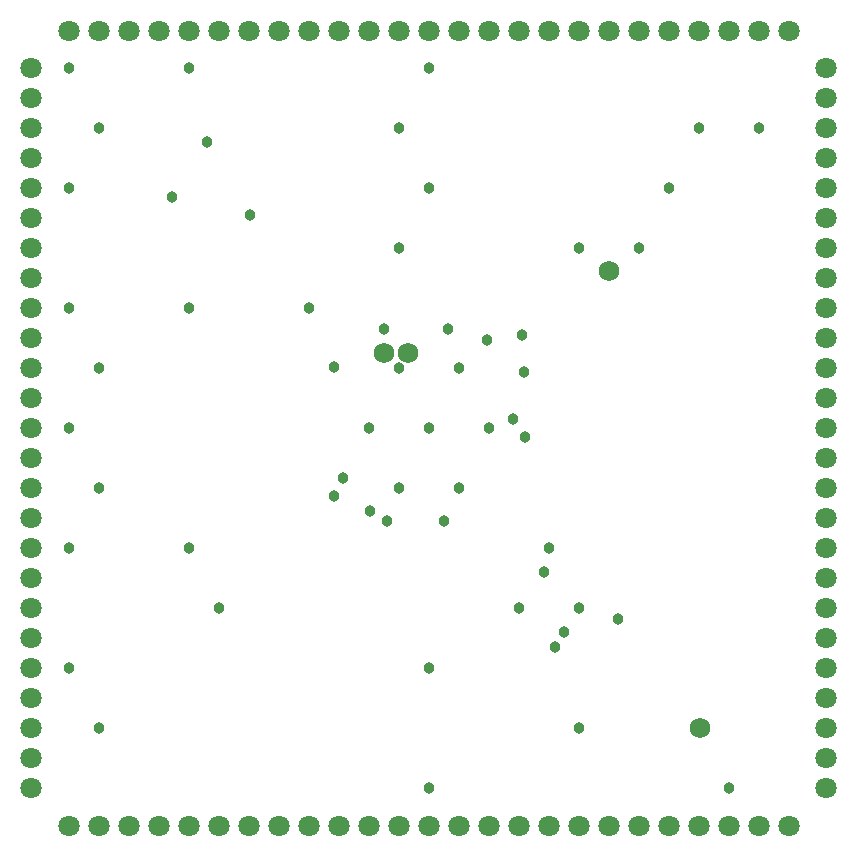
<source format=gbs>
G04*
G04 #@! TF.GenerationSoftware,Altium Limited,Altium Designer,22.1.2 (22)*
G04*
G04 Layer_Color=16711935*
%FSLAX25Y25*%
%MOIN*%
G70*
G04*
G04 #@! TF.SameCoordinates,7EB5FEC4-0347-4BB5-A0A8-A435BEEEC189*
G04*
G04*
G04 #@! TF.FilePolarity,Negative*
G04*
G01*
G75*
%ADD34C,0.06800*%
%ADD35C,0.07099*%
%ADD36C,0.03800*%
D34*
X233000Y265000D02*
D03*
X225000D02*
D03*
X330500Y140000D02*
D03*
X300000Y292500D02*
D03*
D35*
X150000Y372500D02*
D03*
X160000D02*
D03*
X170000D02*
D03*
X180000D02*
D03*
X190000D02*
D03*
X200000D02*
D03*
X210000D02*
D03*
X220000D02*
D03*
X230000D02*
D03*
X240000D02*
D03*
X250000D02*
D03*
X260000D02*
D03*
X270000D02*
D03*
X280000D02*
D03*
X290000D02*
D03*
X300000D02*
D03*
X310000D02*
D03*
X320000D02*
D03*
X330000D02*
D03*
X340000D02*
D03*
X350000D02*
D03*
X360000D02*
D03*
X140000D02*
D03*
X130000D02*
D03*
X120000D02*
D03*
X372500Y330000D02*
D03*
Y320000D02*
D03*
Y310000D02*
D03*
Y300000D02*
D03*
Y290000D02*
D03*
Y280000D02*
D03*
Y270000D02*
D03*
Y260000D02*
D03*
Y250000D02*
D03*
Y240000D02*
D03*
Y230000D02*
D03*
Y220000D02*
D03*
Y210000D02*
D03*
Y200000D02*
D03*
Y190000D02*
D03*
Y180000D02*
D03*
Y170000D02*
D03*
Y160000D02*
D03*
Y150000D02*
D03*
Y140000D02*
D03*
Y130000D02*
D03*
Y120000D02*
D03*
Y340000D02*
D03*
Y350000D02*
D03*
Y360000D02*
D03*
X330000Y107500D02*
D03*
X320000D02*
D03*
X310000D02*
D03*
X300000D02*
D03*
X290000D02*
D03*
X280000D02*
D03*
X270000D02*
D03*
X260000D02*
D03*
X250000D02*
D03*
X240000D02*
D03*
X230000D02*
D03*
X220000D02*
D03*
X210000D02*
D03*
X200000D02*
D03*
X190000D02*
D03*
X180000D02*
D03*
X170000D02*
D03*
X160000D02*
D03*
X150000D02*
D03*
X140000D02*
D03*
X130000D02*
D03*
X120000D02*
D03*
X340000D02*
D03*
X350000D02*
D03*
X360000D02*
D03*
X107500Y150000D02*
D03*
Y160000D02*
D03*
Y170000D02*
D03*
Y180000D02*
D03*
Y190000D02*
D03*
Y200000D02*
D03*
Y210000D02*
D03*
Y220000D02*
D03*
Y230000D02*
D03*
Y240000D02*
D03*
Y250000D02*
D03*
Y260000D02*
D03*
Y270000D02*
D03*
Y280000D02*
D03*
Y290000D02*
D03*
Y300000D02*
D03*
Y310000D02*
D03*
Y320000D02*
D03*
Y330000D02*
D03*
Y340000D02*
D03*
Y350000D02*
D03*
Y360000D02*
D03*
Y140000D02*
D03*
Y130000D02*
D03*
Y120000D02*
D03*
D36*
X220500Y212497D02*
D03*
X166000Y335500D02*
D03*
X350000Y340000D02*
D03*
X340000Y120000D02*
D03*
X330000Y340000D02*
D03*
X320000Y320000D02*
D03*
X310000Y300000D02*
D03*
X290000D02*
D03*
X280000Y200000D02*
D03*
X290000Y180000D02*
D03*
Y140000D02*
D03*
X260000Y240000D02*
D03*
X270000Y180000D02*
D03*
X240000Y360000D02*
D03*
Y320000D02*
D03*
X250000Y260000D02*
D03*
X240000Y240000D02*
D03*
X250000Y220000D02*
D03*
X240000Y160000D02*
D03*
Y120000D02*
D03*
X230000Y340000D02*
D03*
Y300000D02*
D03*
Y260000D02*
D03*
X220000Y240000D02*
D03*
X230000Y220000D02*
D03*
X200000Y280000D02*
D03*
X160000Y360000D02*
D03*
Y280000D02*
D03*
Y200000D02*
D03*
X170000Y180000D02*
D03*
X120000Y360000D02*
D03*
X130000Y340000D02*
D03*
X120000Y320000D02*
D03*
Y280000D02*
D03*
X130000Y260000D02*
D03*
X120000Y240000D02*
D03*
X130000Y220000D02*
D03*
X120000Y200000D02*
D03*
Y160000D02*
D03*
X130000Y140000D02*
D03*
X180500Y311000D02*
D03*
X154607Y317000D02*
D03*
X278500Y192000D02*
D03*
X285000Y172000D02*
D03*
X303000Y176500D02*
D03*
X282000Y167000D02*
D03*
X271000Y271000D02*
D03*
X271693Y258693D02*
D03*
X208500Y217500D02*
D03*
X226000Y209000D02*
D03*
X245000D02*
D03*
X225000Y273000D02*
D03*
X208500Y260500D02*
D03*
X272000Y237000D02*
D03*
X259500Y269500D02*
D03*
X246500Y273000D02*
D03*
X211500Y223500D02*
D03*
X268000Y243000D02*
D03*
M02*

</source>
